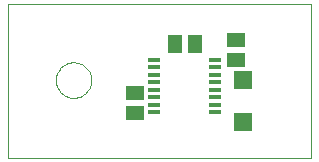
<source format=gtp>
G75*
G70*
%OFA0B0*%
%FSLAX24Y24*%
%IPPOS*%
%LPD*%
%AMOC8*
5,1,8,0,0,1.08239X$1,22.5*
%
%ADD10C,0.0000*%
%ADD11R,0.0430X0.0150*%
%ADD12R,0.0591X0.0512*%
%ADD13R,0.0591X0.0591*%
%ADD14R,0.0512X0.0591*%
D10*
X000101Y000381D02*
X000101Y005527D01*
X010221Y005527D01*
X010221Y000381D01*
X000101Y000381D01*
X001710Y002981D02*
X001712Y003029D01*
X001718Y003077D01*
X001728Y003124D01*
X001741Y003170D01*
X001759Y003215D01*
X001779Y003259D01*
X001804Y003301D01*
X001832Y003340D01*
X001862Y003377D01*
X001896Y003411D01*
X001933Y003443D01*
X001971Y003472D01*
X002012Y003497D01*
X002055Y003519D01*
X002100Y003537D01*
X002146Y003551D01*
X002193Y003562D01*
X002241Y003569D01*
X002289Y003572D01*
X002337Y003571D01*
X002385Y003566D01*
X002433Y003557D01*
X002479Y003545D01*
X002524Y003528D01*
X002568Y003508D01*
X002610Y003485D01*
X002650Y003458D01*
X002688Y003428D01*
X002723Y003395D01*
X002755Y003359D01*
X002785Y003321D01*
X002811Y003280D01*
X002833Y003237D01*
X002853Y003193D01*
X002868Y003148D01*
X002880Y003101D01*
X002888Y003053D01*
X002892Y003005D01*
X002892Y002957D01*
X002888Y002909D01*
X002880Y002861D01*
X002868Y002814D01*
X002853Y002769D01*
X002833Y002725D01*
X002811Y002682D01*
X002785Y002641D01*
X002755Y002603D01*
X002723Y002567D01*
X002688Y002534D01*
X002650Y002504D01*
X002610Y002477D01*
X002568Y002454D01*
X002524Y002434D01*
X002479Y002417D01*
X002433Y002405D01*
X002385Y002396D01*
X002337Y002391D01*
X002289Y002390D01*
X002241Y002393D01*
X002193Y002400D01*
X002146Y002411D01*
X002100Y002425D01*
X002055Y002443D01*
X002012Y002465D01*
X001971Y002490D01*
X001933Y002519D01*
X001896Y002551D01*
X001862Y002585D01*
X001832Y002622D01*
X001804Y002661D01*
X001779Y002703D01*
X001759Y002747D01*
X001741Y002792D01*
X001728Y002838D01*
X001718Y002885D01*
X001712Y002933D01*
X001710Y002981D01*
D11*
X004976Y002906D03*
X004976Y002656D03*
X004976Y002406D03*
X004976Y002156D03*
X004976Y001906D03*
X007026Y001906D03*
X007026Y002156D03*
X007026Y002406D03*
X007026Y002656D03*
X007026Y002906D03*
X007026Y003156D03*
X007026Y003406D03*
X007026Y003656D03*
X004976Y003656D03*
X004976Y003406D03*
X004976Y003156D03*
D12*
X004351Y002565D03*
X004351Y001896D03*
X007701Y003646D03*
X007701Y004315D03*
D13*
X007951Y002970D03*
X007951Y001592D03*
D14*
X006335Y004181D03*
X005666Y004181D03*
M02*

</source>
